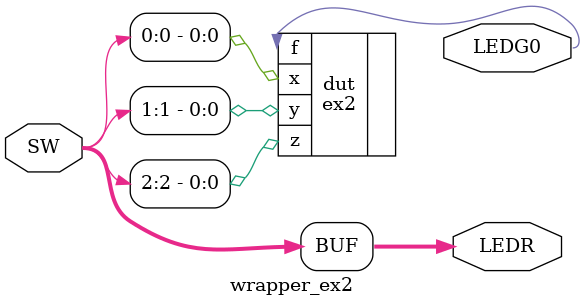
<source format=sv>
module wrapper_ex2(
	input [2:0]SW,
	output [2:0]LEDR,
	output LEDG0);

ex2 dut(
	.x(SW[0]),
	.y(SW[1]),
	.z(SW[2]),
	.f(LEDG0));

assign LEDR = SW;

endmodule	
</source>
